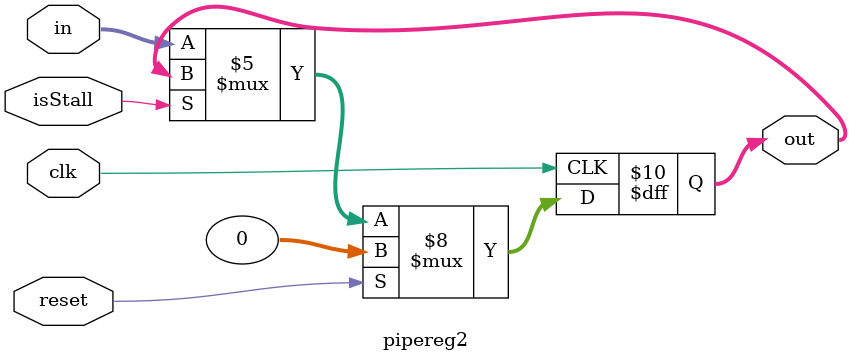
<source format=v>
`timescale 1ns / 1ps
module pipereg2#(parameter WIDTH = 32)(
    input clk,
    input reset,
    input isStall,
    input [WIDTH-1:0] in,
    output reg [WIDTH-1:0] out
    );
	reg [WIDTH-1:0] R;
	always@(posedge clk) begin
		if(reset == 1) begin
			out <= 0;
		end else begin 
			if(isStall == 0) begin
				out <= in;
			end else out <= out;
		end
	end
	//assign out = R;

endmodule

</source>
